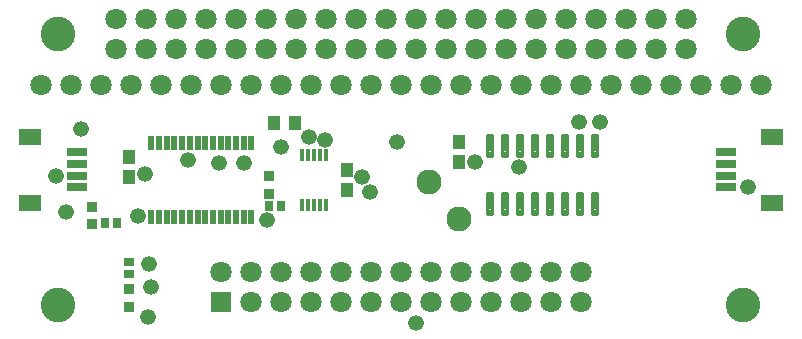
<source format=gbr>
G04 EAGLE Gerber RS-274X export*
G75*
%MOMM*%
%FSLAX34Y34*%
%LPD*%
%INSoldermask Top*%
%IPPOS*%
%AMOC8*
5,1,8,0,0,1.08239X$1,22.5*%
G01*
%ADD10C,1.803400*%
%ADD11C,2.927000*%
%ADD12R,0.527000X1.277000*%
%ADD13C,0.276259*%
%ADD14R,0.377000X1.127000*%
%ADD15R,1.677000X0.727000*%
%ADD16R,1.927000X1.327000*%
%ADD17R,1.803400X1.803400*%
%ADD18R,1.127000X1.227000*%
%ADD19R,0.927000X0.927000*%
%ADD20R,0.727000X0.827000*%
%ADD21R,0.827000X0.727000*%
%ADD22C,2.127000*%
%ADD23C,1.327000*%


D10*
X83700Y252378D03*
X83700Y277778D03*
X109100Y252378D03*
X109100Y277778D03*
X134500Y252378D03*
X134500Y277778D03*
X159900Y252378D03*
X159900Y277778D03*
X185300Y252378D03*
X185300Y277778D03*
X210700Y252378D03*
X210700Y277778D03*
X236100Y252378D03*
X236100Y277778D03*
X261500Y252378D03*
X261500Y277778D03*
X286900Y252378D03*
X286900Y277778D03*
X312300Y252378D03*
X312300Y277778D03*
X337700Y252378D03*
X337700Y277778D03*
X363100Y252378D03*
X363100Y277778D03*
X388500Y252378D03*
X388500Y277778D03*
X413900Y252378D03*
X413900Y277778D03*
X439300Y252378D03*
X439300Y277778D03*
X464700Y252378D03*
X464700Y277778D03*
X490100Y252378D03*
X490100Y277778D03*
X515500Y252378D03*
X515500Y277778D03*
X540900Y252378D03*
X540900Y277778D03*
X566300Y252378D03*
X566300Y277778D03*
D11*
X35000Y35078D03*
X35000Y265078D03*
X615000Y265078D03*
X615000Y35078D03*
D10*
X20320Y221488D03*
X45720Y221488D03*
X71120Y221488D03*
X96520Y221488D03*
X121920Y221488D03*
X147320Y221488D03*
X172720Y221488D03*
X198120Y221488D03*
X223520Y221488D03*
X248920Y221488D03*
X274320Y221488D03*
X299720Y221488D03*
X325120Y221488D03*
X350520Y221488D03*
X375920Y221488D03*
X401320Y221488D03*
X426720Y221488D03*
X452120Y221488D03*
X477520Y221488D03*
X502920Y221488D03*
X528320Y221488D03*
X553720Y221488D03*
X579120Y221488D03*
X604520Y221488D03*
X629920Y221488D03*
D12*
X113960Y110224D03*
X120460Y110224D03*
X126960Y110224D03*
X133460Y110224D03*
X139960Y110224D03*
X146460Y110224D03*
X152960Y110224D03*
X159460Y110224D03*
X165960Y110224D03*
X172460Y110224D03*
X178960Y110224D03*
X185460Y110224D03*
X191960Y110224D03*
X198460Y110224D03*
X198460Y172224D03*
X191960Y172224D03*
X185460Y172224D03*
X178960Y172224D03*
X172460Y172224D03*
X165960Y172224D03*
X159460Y172224D03*
X152960Y172224D03*
X146460Y172224D03*
X139960Y172224D03*
X133460Y172224D03*
X126960Y172224D03*
X120460Y172224D03*
X113960Y172224D03*
D13*
X402304Y130254D02*
X402304Y112746D01*
X397796Y112746D01*
X397796Y130254D01*
X402304Y130254D01*
X402304Y115371D02*
X397796Y115371D01*
X397796Y117996D02*
X402304Y117996D01*
X402304Y120621D02*
X397796Y120621D01*
X397796Y123246D02*
X402304Y123246D01*
X402304Y125871D02*
X397796Y125871D01*
X397796Y128496D02*
X402304Y128496D01*
X415004Y130254D02*
X415004Y112746D01*
X410496Y112746D01*
X410496Y130254D01*
X415004Y130254D01*
X415004Y115371D02*
X410496Y115371D01*
X410496Y117996D02*
X415004Y117996D01*
X415004Y120621D02*
X410496Y120621D01*
X410496Y123246D02*
X415004Y123246D01*
X415004Y125871D02*
X410496Y125871D01*
X410496Y128496D02*
X415004Y128496D01*
X427704Y130254D02*
X427704Y112746D01*
X423196Y112746D01*
X423196Y130254D01*
X427704Y130254D01*
X427704Y115371D02*
X423196Y115371D01*
X423196Y117996D02*
X427704Y117996D01*
X427704Y120621D02*
X423196Y120621D01*
X423196Y123246D02*
X427704Y123246D01*
X427704Y125871D02*
X423196Y125871D01*
X423196Y128496D02*
X427704Y128496D01*
X440404Y130254D02*
X440404Y112746D01*
X435896Y112746D01*
X435896Y130254D01*
X440404Y130254D01*
X440404Y115371D02*
X435896Y115371D01*
X435896Y117996D02*
X440404Y117996D01*
X440404Y120621D02*
X435896Y120621D01*
X435896Y123246D02*
X440404Y123246D01*
X440404Y125871D02*
X435896Y125871D01*
X435896Y128496D02*
X440404Y128496D01*
X453104Y130254D02*
X453104Y112746D01*
X448596Y112746D01*
X448596Y130254D01*
X453104Y130254D01*
X453104Y115371D02*
X448596Y115371D01*
X448596Y117996D02*
X453104Y117996D01*
X453104Y120621D02*
X448596Y120621D01*
X448596Y123246D02*
X453104Y123246D01*
X453104Y125871D02*
X448596Y125871D01*
X448596Y128496D02*
X453104Y128496D01*
X465804Y130254D02*
X465804Y112746D01*
X461296Y112746D01*
X461296Y130254D01*
X465804Y130254D01*
X465804Y115371D02*
X461296Y115371D01*
X461296Y117996D02*
X465804Y117996D01*
X465804Y120621D02*
X461296Y120621D01*
X461296Y123246D02*
X465804Y123246D01*
X465804Y125871D02*
X461296Y125871D01*
X461296Y128496D02*
X465804Y128496D01*
X478504Y130254D02*
X478504Y112746D01*
X473996Y112746D01*
X473996Y130254D01*
X478504Y130254D01*
X478504Y115371D02*
X473996Y115371D01*
X473996Y117996D02*
X478504Y117996D01*
X478504Y120621D02*
X473996Y120621D01*
X473996Y123246D02*
X478504Y123246D01*
X478504Y125871D02*
X473996Y125871D01*
X473996Y128496D02*
X478504Y128496D01*
X491204Y130254D02*
X491204Y112746D01*
X486696Y112746D01*
X486696Y130254D01*
X491204Y130254D01*
X491204Y115371D02*
X486696Y115371D01*
X486696Y117996D02*
X491204Y117996D01*
X491204Y120621D02*
X486696Y120621D01*
X486696Y123246D02*
X491204Y123246D01*
X491204Y125871D02*
X486696Y125871D01*
X486696Y128496D02*
X491204Y128496D01*
X491204Y161846D02*
X491204Y179354D01*
X491204Y161846D02*
X486696Y161846D01*
X486696Y179354D01*
X491204Y179354D01*
X491204Y164471D02*
X486696Y164471D01*
X486696Y167096D02*
X491204Y167096D01*
X491204Y169721D02*
X486696Y169721D01*
X486696Y172346D02*
X491204Y172346D01*
X491204Y174971D02*
X486696Y174971D01*
X486696Y177596D02*
X491204Y177596D01*
X478504Y179354D02*
X478504Y161846D01*
X473996Y161846D01*
X473996Y179354D01*
X478504Y179354D01*
X478504Y164471D02*
X473996Y164471D01*
X473996Y167096D02*
X478504Y167096D01*
X478504Y169721D02*
X473996Y169721D01*
X473996Y172346D02*
X478504Y172346D01*
X478504Y174971D02*
X473996Y174971D01*
X473996Y177596D02*
X478504Y177596D01*
X465804Y179354D02*
X465804Y161846D01*
X461296Y161846D01*
X461296Y179354D01*
X465804Y179354D01*
X465804Y164471D02*
X461296Y164471D01*
X461296Y167096D02*
X465804Y167096D01*
X465804Y169721D02*
X461296Y169721D01*
X461296Y172346D02*
X465804Y172346D01*
X465804Y174971D02*
X461296Y174971D01*
X461296Y177596D02*
X465804Y177596D01*
X453104Y179354D02*
X453104Y161846D01*
X448596Y161846D01*
X448596Y179354D01*
X453104Y179354D01*
X453104Y164471D02*
X448596Y164471D01*
X448596Y167096D02*
X453104Y167096D01*
X453104Y169721D02*
X448596Y169721D01*
X448596Y172346D02*
X453104Y172346D01*
X453104Y174971D02*
X448596Y174971D01*
X448596Y177596D02*
X453104Y177596D01*
X440404Y179354D02*
X440404Y161846D01*
X435896Y161846D01*
X435896Y179354D01*
X440404Y179354D01*
X440404Y164471D02*
X435896Y164471D01*
X435896Y167096D02*
X440404Y167096D01*
X440404Y169721D02*
X435896Y169721D01*
X435896Y172346D02*
X440404Y172346D01*
X440404Y174971D02*
X435896Y174971D01*
X435896Y177596D02*
X440404Y177596D01*
X427704Y179354D02*
X427704Y161846D01*
X423196Y161846D01*
X423196Y179354D01*
X427704Y179354D01*
X427704Y164471D02*
X423196Y164471D01*
X423196Y167096D02*
X427704Y167096D01*
X427704Y169721D02*
X423196Y169721D01*
X423196Y172346D02*
X427704Y172346D01*
X427704Y174971D02*
X423196Y174971D01*
X423196Y177596D02*
X427704Y177596D01*
X415004Y179354D02*
X415004Y161846D01*
X410496Y161846D01*
X410496Y179354D01*
X415004Y179354D01*
X415004Y164471D02*
X410496Y164471D01*
X410496Y167096D02*
X415004Y167096D01*
X415004Y169721D02*
X410496Y169721D01*
X410496Y172346D02*
X415004Y172346D01*
X415004Y174971D02*
X410496Y174971D01*
X410496Y177596D02*
X415004Y177596D01*
X402304Y179354D02*
X402304Y161846D01*
X397796Y161846D01*
X397796Y179354D01*
X402304Y179354D01*
X402304Y164471D02*
X397796Y164471D01*
X397796Y167096D02*
X402304Y167096D01*
X402304Y169721D02*
X397796Y169721D01*
X397796Y172346D02*
X402304Y172346D01*
X402304Y174971D02*
X397796Y174971D01*
X397796Y177596D02*
X402304Y177596D01*
D14*
X261460Y162355D03*
X256460Y162355D03*
X251460Y162355D03*
X246460Y162355D03*
X241460Y162355D03*
X241460Y120093D03*
X246460Y120093D03*
X251460Y120093D03*
X256460Y120093D03*
X261460Y120093D03*
D15*
X600462Y135000D03*
X600462Y145000D03*
X600462Y155000D03*
X600462Y165000D03*
D16*
X639462Y122000D03*
X639462Y178000D03*
D15*
X50540Y165000D03*
X50540Y155000D03*
X50540Y145000D03*
X50540Y135000D03*
D16*
X11540Y178000D03*
X11540Y122000D03*
D17*
X172600Y38100D03*
D10*
X172600Y63500D03*
X198000Y38100D03*
X198000Y63500D03*
X223400Y38100D03*
X223400Y63500D03*
X248800Y38100D03*
X248800Y63500D03*
X274200Y38100D03*
X274200Y63500D03*
X299600Y38100D03*
X299600Y63500D03*
X325000Y38100D03*
X325000Y63500D03*
X350400Y38100D03*
X350400Y63500D03*
X375800Y38100D03*
X375800Y63500D03*
X401200Y38100D03*
X401200Y63500D03*
X426600Y38100D03*
X426600Y63500D03*
X452000Y38100D03*
X452000Y63500D03*
X477400Y38100D03*
X477400Y63500D03*
D18*
X95250Y160900D03*
X95250Y143900D03*
X279146Y149724D03*
X279146Y132724D03*
X374650Y173600D03*
X374650Y156600D03*
X218068Y189484D03*
X235068Y189484D03*
D19*
X213487Y144533D03*
X213487Y129533D03*
X95250Y33775D03*
X95250Y48775D03*
D20*
X223694Y119253D03*
X213694Y119253D03*
D21*
X95250Y61675D03*
X95250Y71675D03*
D19*
X63500Y118625D03*
X63500Y103625D03*
D20*
X74375Y104775D03*
X84375Y104775D03*
D22*
X374650Y107950D03*
X349250Y139700D03*
D23*
X247650Y177800D03*
X41910Y114300D03*
X261244Y175392D03*
X102870Y110744D03*
X212090Y107188D03*
X425450Y152146D03*
X493776Y189992D03*
X619252Y135128D03*
X144780Y157734D03*
X108803Y146467D03*
X298958Y131318D03*
X387604Y156718D03*
X54610Y184150D03*
X223910Y169418D03*
X113792Y50546D03*
X112268Y70358D03*
X476250Y190500D03*
X33020Y144780D03*
X292359Y143769D03*
X321652Y173648D03*
X110998Y25400D03*
X338335Y20066D03*
X171450Y155575D03*
X192659Y155575D03*
M02*

</source>
